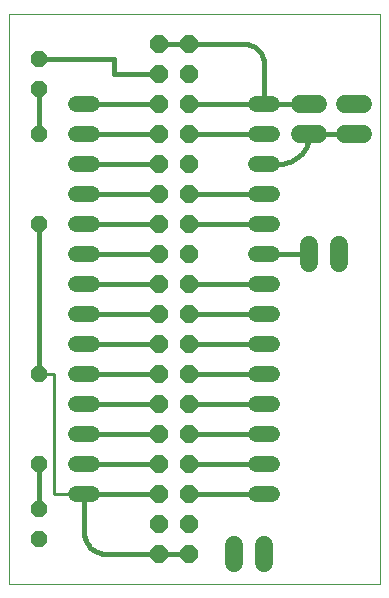
<source format=gbl>
G75*
%MOIN*%
%OFA0B0*%
%FSLAX24Y24*%
%IPPOS*%
%LPD*%
%AMOC8*
5,1,8,0,0,1.08239X$1,22.5*
%
%ADD10C,0.0000*%
%ADD11C,0.0520*%
%ADD12OC8,0.0600*%
%ADD13C,0.0600*%
%ADD14OC8,0.0520*%
%ADD15C,0.0160*%
%ADD16C,0.0100*%
D10*
X000130Y000487D02*
X000130Y019483D01*
X012500Y019483D01*
X012500Y000487D01*
X000130Y000487D01*
D11*
X002370Y003487D02*
X002890Y003487D01*
X002890Y004487D02*
X002370Y004487D01*
X002370Y005487D02*
X002890Y005487D01*
X002890Y006487D02*
X002370Y006487D01*
X002370Y007487D02*
X002890Y007487D01*
X002890Y008487D02*
X002370Y008487D01*
X002370Y009487D02*
X002890Y009487D01*
X002890Y010487D02*
X002370Y010487D01*
X002370Y011487D02*
X002890Y011487D01*
X002890Y012487D02*
X002370Y012487D01*
X002370Y013487D02*
X002890Y013487D01*
X002890Y014487D02*
X002370Y014487D01*
X002370Y015487D02*
X002890Y015487D01*
X002890Y016487D02*
X002370Y016487D01*
X008370Y016487D02*
X008890Y016487D01*
X008890Y015487D02*
X008370Y015487D01*
X008370Y014487D02*
X008890Y014487D01*
X008890Y013487D02*
X008370Y013487D01*
X008370Y012487D02*
X008890Y012487D01*
X008890Y011487D02*
X008370Y011487D01*
X008370Y010487D02*
X008890Y010487D01*
X008890Y009487D02*
X008370Y009487D01*
X008370Y008487D02*
X008890Y008487D01*
X008890Y007487D02*
X008370Y007487D01*
X008370Y006487D02*
X008890Y006487D01*
X008890Y005487D02*
X008370Y005487D01*
X008370Y004487D02*
X008890Y004487D01*
X008890Y003487D02*
X008370Y003487D01*
D12*
X006130Y003487D03*
X006130Y004487D03*
X006130Y005487D03*
X006130Y006487D03*
X006130Y007487D03*
X006130Y008487D03*
X006130Y009487D03*
X006130Y010487D03*
X006130Y011487D03*
X006130Y012487D03*
X006130Y013487D03*
X006130Y014487D03*
X006130Y015487D03*
X006130Y016487D03*
X006130Y017487D03*
X006130Y018487D03*
X005130Y018487D03*
X005130Y017487D03*
X005130Y016487D03*
X005130Y015487D03*
X005130Y014487D03*
X005130Y013487D03*
X005130Y012487D03*
X005130Y011487D03*
X005130Y010487D03*
X005130Y009487D03*
X005130Y008487D03*
X005130Y007487D03*
X005130Y006487D03*
X005130Y005487D03*
X005130Y004487D03*
X005130Y003487D03*
X005130Y002487D03*
X005130Y001487D03*
X006130Y001487D03*
X006130Y002487D03*
D13*
X007630Y001787D02*
X007630Y001187D01*
X008630Y001187D02*
X008630Y001787D01*
X010130Y011187D02*
X010130Y011787D01*
X011130Y011787D02*
X011130Y011187D01*
X011330Y015487D02*
X011930Y015487D01*
X011930Y016487D02*
X011330Y016487D01*
X010430Y016487D02*
X009830Y016487D01*
X009830Y015487D02*
X010430Y015487D01*
D14*
X001130Y015487D03*
X001130Y016987D03*
X001130Y017987D03*
X001130Y012487D03*
X001130Y007487D03*
X001130Y004487D03*
X001130Y002987D03*
X001130Y001987D03*
D15*
X001130Y002987D02*
X001130Y004487D01*
X002630Y004487D02*
X005130Y004487D01*
X005130Y003487D02*
X002630Y003487D01*
X002630Y002194D01*
X002632Y002144D01*
X002637Y002093D01*
X002646Y002044D01*
X002659Y001995D01*
X002675Y001947D01*
X002694Y001900D01*
X002716Y001855D01*
X002742Y001812D01*
X002771Y001770D01*
X002803Y001731D01*
X002837Y001694D01*
X002874Y001660D01*
X002913Y001628D01*
X002955Y001599D01*
X002998Y001573D01*
X003043Y001551D01*
X003090Y001532D01*
X003138Y001516D01*
X003187Y001503D01*
X003236Y001494D01*
X003287Y001489D01*
X003337Y001487D01*
X006130Y001487D01*
X006130Y003487D02*
X008630Y003487D01*
X008630Y004487D02*
X006130Y004487D01*
X006130Y005487D02*
X008630Y005487D01*
X008630Y006487D02*
X006130Y006487D01*
X006130Y007487D02*
X008630Y007487D01*
X008630Y008487D02*
X006130Y008487D01*
X006130Y009487D02*
X008630Y009487D01*
X008630Y010487D02*
X006130Y010487D01*
X005130Y010487D02*
X002630Y010487D01*
X002630Y011487D02*
X005130Y011487D01*
X005130Y012487D02*
X002630Y012487D01*
X002630Y013487D02*
X005130Y013487D01*
X005130Y014487D02*
X002630Y014487D01*
X002630Y015487D02*
X005130Y015487D01*
X005130Y016487D02*
X002630Y016487D01*
X003630Y017487D02*
X005130Y017487D01*
X005130Y018487D02*
X007923Y018487D01*
X007973Y018485D01*
X008024Y018480D01*
X008073Y018471D01*
X008122Y018458D01*
X008170Y018442D01*
X008217Y018423D01*
X008262Y018401D01*
X008305Y018375D01*
X008347Y018346D01*
X008386Y018314D01*
X008423Y018280D01*
X008457Y018243D01*
X008489Y018204D01*
X008518Y018162D01*
X008544Y018119D01*
X008566Y018074D01*
X008585Y018027D01*
X008601Y017979D01*
X008614Y017930D01*
X008623Y017881D01*
X008628Y017830D01*
X008630Y017780D01*
X008630Y016487D01*
X006130Y016487D01*
X006130Y015487D02*
X008630Y015487D01*
X009130Y014487D02*
X009190Y014489D01*
X009251Y014494D01*
X009310Y014503D01*
X009369Y014516D01*
X009428Y014532D01*
X009485Y014552D01*
X009540Y014575D01*
X009595Y014602D01*
X009647Y014631D01*
X009698Y014664D01*
X009747Y014700D01*
X009793Y014738D01*
X009837Y014780D01*
X009879Y014824D01*
X009917Y014870D01*
X009953Y014919D01*
X009986Y014970D01*
X010015Y015022D01*
X010042Y015077D01*
X010065Y015132D01*
X010085Y015189D01*
X010101Y015248D01*
X010114Y015307D01*
X010123Y015366D01*
X010128Y015427D01*
X010130Y015487D01*
X011630Y015487D01*
X010130Y016487D02*
X008630Y016487D01*
X008630Y014487D02*
X009130Y014487D01*
X008630Y013487D02*
X006130Y013487D01*
X006130Y012487D02*
X008630Y012487D01*
X008630Y011487D02*
X010130Y011487D01*
X005130Y009487D02*
X002630Y009487D01*
X002630Y008487D02*
X005130Y008487D01*
X005130Y007487D02*
X002630Y007487D01*
X002630Y006487D02*
X005130Y006487D01*
X005130Y005487D02*
X002630Y005487D01*
X001130Y007487D02*
X001130Y012487D01*
X001130Y015487D02*
X001130Y016987D01*
X001130Y017987D02*
X003630Y017987D01*
X003630Y017487D01*
D16*
X001630Y007487D02*
X001130Y007487D01*
X001630Y007487D02*
X001630Y003487D01*
X002630Y003487D01*
M02*

</source>
